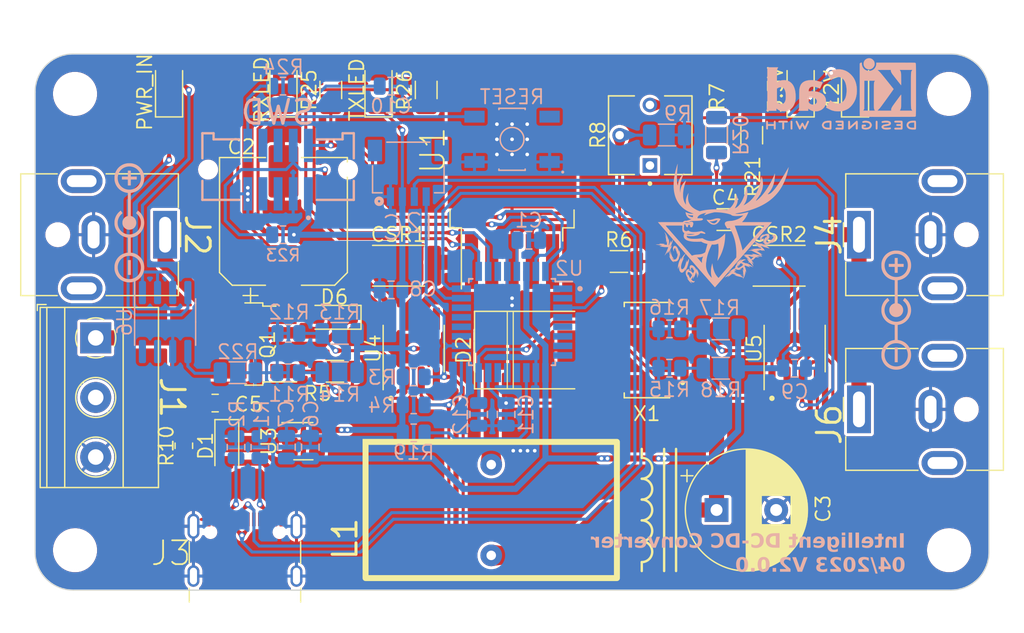
<source format=kicad_pcb>
(kicad_pcb (version 20221018) (generator pcbnew)
  (layers (0 "F.Cu" power) (31 "B.Cu" power) (34 "B.Paste" user) (35 "F.Paste" user) (36 "B.SilkS" user "B.Silkscreen") (37 "F.SilkS" user "F.Silkscreen") (38 "B.Mask" user) (39 "F.Mask" user) (44 "Edge.Cuts" user))
  (net 0 "")
  (net 1 "GND")
  (net 2 "Net-(U2-VDDCORE)")
  (net 3 "/Current Monitoring/PWR_IN_IMON+")
  (net 5 "Net-(U1-FB)")
  (net 6 "/Current Monitoring/PWR_OUT_IMON+")
  (net 7 "VBUS")
  (net 8 "+3V3")
  (net 9 "/Current Monitoring/PWR_IN_IMON-")
  (net 10 "Net-(D1-A)")
  (net 11 "Net-(D2-K)")
  (net 12 "Net-(D3-A)")
  (net 13 "Net-(D4-A)")
  (net 14 "PWR_OUT")
  (net 15 "Net-(R7-Pad1)")
  (net 16 "Net-(D5-K)")
  (net 18 "Net-(J3-CC1)")
  (net 20 "Net-(J3-CC2)")
  (net 22 "Net-(Q1-G)")
  (net 23 "Net-(U3-EN)")
  (net 24 "Net-(U4-A0)")
  (net 25 "Net-(U4-A1)")
  (net 26 "Net-(U5-A0)")
  (net 27 "Net-(U5-A1)")
  (net 28 "Net-(U2-PA08)")
  (net 29 "Net-(U6-FB)")
  (net 40 "Net-(U2-PA14)")
  (net 41 "Net-(U2-PA15)")
  (net 44 "PWR_IN")
  (net 47 "~{BUCK_ENABLE}")
  (net 48 "~{RESET}")
  (net 49 "SWCLK")
  (net 50 "USB_D+")
  (net 51 "USB_D-")
  (net 52 "/IO Interface/~{DEBUG_RST}")
  (net 56 "Net-(J7-PadS1)")
  (net 57 "I^{2}C.SDA")
  (net 58 "I^{2}C.SCL")
  (net 60 "RX{slash}SWDIO")
  (net 61 "Net-(RXLED1-A)")
  (net 62 "TX")
  (net 63 "Net-(TXLED1-A)")
  (footprint "" (layer "F.Cu") (at 76.65 0.85)
    (fp_text reference "")
    (fp_text value "")
  )
  (footprint "Resistor_SMD:R_1206_3216Metric" (layer "F.Cu") (at 48.9625 14.919)
    (fp_text reference "R6")
    (fp_text value "0")
  )
  (footprint "Resistor_SMD:R_1206_3216Metric" (layer "F.Cu") (at 24.8 0.52 90)
    (fp_text reference "R25")
    (fp_text value "1k")
  )
  (footprint "Resistor_SMD:R_1206_3216Metric" (layer "F.Cu") (at 60.1 4.318 90)
    (fp_text reference "R21")
    (fp_text value "68")
  )
  (footprint "Diode_SMD:D_SOD-123F" (layer "F.Cu") (at 25.1235 19.6 180)
    (fp_text reference "D6")
    (fp_text value "PMEG3015EH")
  )
  (footprint "Resistor_SMD:R_1206_3216Metric" (layer "F.Cu") (at 57.15 4.318 -90)
    (fp_text reference "R7")
    (fp_text value "8.2k")
  )
  (footprint "" (layer "F.Cu") (at 76.65 39.15)
    (fp_text reference "")
    (fp_text value "")
  )
  (footprint "LED_SMD:LED_1206_3216Metric" (layer "F.Cu") (at 20.828 0.5 90)
    (fp_text reference "RXLED")
    (fp_text value "CMD15-21VYC/TR8")
  )
  (footprint "Resistor_SMD:R_2512_6332Metric" (layer "F.Cu") (at 30.48 15.274)
    (fp_text reference "CSR1")
    (fp_text value "0.1")
  )
  (footprint "Package_TO_SOT_SMD:SOT-23-5" (layer "F.Cu") (at 22.5 30)
    (fp_text reference "U3")
    (fp_text value "AP2204K-3.3")
  )
  (footprint "Resistor_SMD:R_0805_2012Metric" (layer "F.Cu") (at 12.475 30.3825 -90)
    (fp_text reference "R10")
    (fp_text value "100k")
  )
  (footprint "Connector_USB:USB_C_Receptacle_GCT_USB4105-xx-A_16P_TopMnt_Horizontal" (layer "F.Cu") (at 17.6 40.245)
    (fp_text reference "J3")
    (fp_text value "USB4105-GF-A")
  )
  (footprint "LED_SMD:LED_1206_3216Metric" (layer "F.Cu") (at 68.765 0.5 90)
    (fp_text reference "12V")
    (fp_text value "CMD15-21VRD/TR8")
  )
  (footprint "Capacitor_SMD:CP_Elec_10x10.5" (layer "F.Cu") (at 20.828 11.5525 90)
    (fp_text reference "C2")
    (fp_text value "100uF")
  )
  (footprint "LED_SMD:LED_1206_3216Metric" (layer "F.Cu") (at 64.2 0.5 90)
    (fp_text reference "3.3V")
    (fp_text value "CMD15-21VGD/TR8")
  )
  (footprint "Capacitor_THT:CP_Radial_D10.0mm_P5.00mm" (layer "F.Cu") (at 57.15 35.774)
    (fp_text reference "C3")
    (fp_text value "1000uF")
  )
  (footprint "User Components:TRIM_3362P-1-103" (layer "F.Cu") (at 51.562 4.318 90)
    (fp_text reference "R8")
    (fp_text value "1.0k")
  )
  (footprint "LED_SMD:LED_1206_3216Metric" (layer "F.Cu") (at 11.235 0.5 90)
    (fp_text reference "PWR_IN")
    (fp_text value "CMD15-21VRD/TR8")
  )
  (footprint "Capacitor_SMD:C_0805_2012Metric" (layer "F.Cu") (at 15.1 26.8 180)
    (fp_text reference "C5")
    (fp_text value "10uF")
  )
  (footprint "Diode_SMD:D_SMC" (layer "F.Cu") (at 41.654 22.352)
    (fp_text reference "D2")
    (fp_text value "SK33")
  )
  (footprint "Resistor_SMD:R_1206_3216Metric" (layer "F.Cu") (at 25.146 24.13)
    (fp_text reference "R5")
    (fp_text value "0")
  )
  (footprint "User Components:XTAL_ABS25-32.768KHZ-6-1-T" (layer "F.Cu") (at 51.308 22.352 180)
    (fp_text reference "X1")
    (fp_text value "830003000")
  )
  (footprint "Resistor_SMD:R_2512_6332Metric" (layer "F.Cu") (at 62.4 15.274)
    (fp_text reference "CSR2")
    (fp_text value "0.1")
  )
  (footprint "Diode_SMD:D_SOD-123F" (layer "F.Cu") (at 16.08 30.4 -90)
    (fp_text reference "D1")
    (fp_text value "PMEG3015EH")
  )
  (footprint "Capacitor_SMD:C_1206_3216Metric" (layer "F.Cu") (at 57.9 11.4)
    (fp_text reference "C4")
    (fp_text value "1nF")
  )
  (footprint "User Components:PE-54039NL" (layer "F.Cu") (at 38.254 35.774)
    (fp_text reference "L1")
    (fp_text value "PE-54039NL")
  )
  (footprint "Package_SO:SOIC-8_3.9x4.9mm_P1.27mm" (layer "F.Cu") (at 31.75 22.227 90)
    (fp_text reference "U4")
    (fp_text value "INA219AxD")
  )
  (footprint "" (layer "F.Cu") (at 3.35 0.85)
    (fp_text reference "")
    (fp_text value "")
  )
  (footprint "LED_SMD:LED_1206_3216Metric" (layer "F.Cu") (at 28.8 0.5 90)
    (fp_text reference "TXLED")
    (fp_text value "CMD15-21VYC/TR8")
  )
  (footprint "Package_TO_SOT_SMD:TO-252-2" (layer "F.Cu") (at 16.628 21.844 180)
    (fp_text reference "Q1")
    (fp_text value "IRFR9220TRPBF-BE3")
  )
  (footprint "Connector_BarrelJack:BarrelJack_CUI_PJ-063AH_Horizontal" (layer "F.Cu") (at 69.095 12.67 90)
    (fp_text reference "J4")
    (fp_text value "PJ-063AH")
  )
  (footprint "Connector_BarrelJack:BarrelJack_CUI_PJ-063AH_Horizontal" (layer "F.Cu") (at 10.905 12.67 -90)
    (fp_text reference "J2")
    (fp_text value "PJ-063AH")
  )
  (footprint "TerminalBlock_Phoenix:TerminalBlock_Phoenix_MKDS-1,5-3_1x03_P5.00mm_Horizontal" (layer "F.Cu") (at 5.085 21.33 -90)
    (fp_text reference "J1")
    (fp_text value "691101710003")
  )
  (footprint "Connector_BarrelJack:BarrelJack_CUI_PJ-063AH_Horizontal" (layer "F.Cu") (at 69.095 27.33 90)
    (fp_text reference "J6")
    (fp_text value "PJ-063AH")
  )
  (footprint "Package_SO:SOIC-8_3.9x4.9mm_P1.27mm" (layer "F.Cu") (at 63.7 22.225 90)
    (fp_text reference "U5")
    (fp_text value "INA219AxD")
  )
  (footprint "Package_TO_SOT_SMD:TO-263-5_TabPin3" (layer "F.Cu") (at 40 9.144 90)
    (fp_text reference "U1")
    (fp_text value "LM2596S-ADJ")
  )
  (footprint "" (layer "F.Cu") (at 3.35 39.15)
    (fp_text reference "")
    (fp_text value "")
  )
  (footprint "Resistor_SMD:R_1206_3216Metric" (layer "F.Cu") (at 32.8 0.52 90)
    (fp_text reference "R26")
    (fp_text value "1k")
  )
  (footprint "Resistor_SMD:R_0805_2012Metric" (layer "B.Cu") (at 18.85 30.5 90)
    (fp_text reference "R1")
    (fp_text value "5.1k")
  )
  (footprint "Resistor_SMD:R_1206_3216Metric" (layer "B.Cu") (at 57.5 23.876)
    (fp_text reference "R18")
    (fp_text value "0")
  )
  (footprint "Resistor_SMD:R_0805_2012Metric" (layer "B.Cu") (at 20.793 0.2)
    (fp_text reference "R24")
    (fp_text value "330")
  )
  (footprint "Resistor_SMD:R_0805_2012Metric" (layer "B.Cu") (at 53.2 20.574 180)
    (fp_text reference "R16")
    (fp_text value "10.0k")
  )
  (footprint "User Components:SW_TL3342F160QG" (layer "B.Cu") (at 40 4.6625 180)
    (fp_text reference "RESET")
    (fp_text value "TL3342F160QG")
  )
  (footprint "Capacitor_SMD:C_0805_2012Metric" (layer "B.Cu") (at 39.5 27.75 90)
    (fp_text reference "C11")
    (fp_text value "22pF")
  )
  (footprint "User Components:JST_SM04B-SRSS-TB(LF)(SN)" (layer "B.Cu") (at 31.3 9.477)
    (fp_text reference "I^{2}C")
    (fp_text value "SM04B-SRSS-TB(LF)(SN)")
  )
  (footprint "Resistor_SMD:R_1206_3216Metric" (layer "B.Cu") (at 53 4.3)
    (fp_text reference "R9")
    (fp_text value "1.0k")
  )
  (footprint "Capacitor_SMD:C_0805_2012Metric" (layer "B.Cu") (at 29.85 0.2)
    (fp_text reference "C10")
    (fp_text value "0.1uF")
  )
  (footprint "Capacitor_SMD:C_0805_2012Metric" (layer "B.Cu") (at 21.079345 30.5 90)
    (fp_text reference "C7")
    (fp_text value "1uF")
  )
  (footprint "Resistor_SMD:R_1206_3216Metric" (layer "B.Cu") (at 57.15 4.3 90)
    (fp_text reference "R20")
    (fp_text value "560")
  )
  (footprint "User Components:Smart_Buck_Logo_12mm" (layer "B.Cu") (at 57.5 11.9 180)
    (fp_text reference "G***" hide)
    (fp_text value "LOGO" hide)
  )
  (footprint "Resistor_SMD:R_1206_3216Metric" (layer "B.Cu") (at 25.5375 20.95)
    (fp_text reference "R13")
    (fp_text value "0")
  )
  (footprint "Resistor_SMD:R_1206_3216Metric" (layer "B.Cu") (at 25.5375 24.252)
    (fp_text reference "R14")
    (fp_text value "0")
  )
  (footprint "Resistor_SMD:R_0805_2012Metric" (layer "B.Cu") (at 31.75 26.952332)
    (fp_text reference "R4")
    (fp_text value "10.0k")
  )
  (footprint "Symbol:KiCad-Logo2_5mm_SilkScreen" (layer "B.Cu") (at 67.6 0.83729 180)
    (fp_text reference "REF**" hide)
    (fp_text value "KiCad-Logo2_5mm_SilkScreen" hide)
  )
  (footprint "User Components:SAMTEC_SHF-105-01-L-D-SM" (layer "B.Cu") (at 20.378 7.205 180)
    (fp_text reference "SWD")
    (fp_text value "SHF-105-01-L-D-SM")
  )
  (footprint "Resistor_SMD:R_0805_2012Metric" (layer "B.Cu") (at 16.85 30.5 90)
    (fp_text reference "R2")
    (fp_text value "5.1k")
  )
  (footprint "Package_SO:SOIC-8_3.9x4.9mm_P1.27mm" (layer "B.Cu") (at 10.905 20 -90)
    (fp_text reference "U6")
    (fp_text value "STCS05DR")
  )
  (footprint "Capacitor_SMD:C_0805_2012Metric" (layer "B.Cu") (at 23.079345 30.5 90)
    (fp_text reference "C6")
    (fp_text value "10uF")
  )
  (footprint "Resistor_SMD:R_0805_2012Metric" (layer "B.Cu") (at 20.793 12.67 180)
    (fp_text reference "R23")
    (fp_text value "1.0k")
  )
  (footprint "Resistor_SMD:R_1206_3216Metric" (layer "B.Cu") (at 17 24.252)
    (fp_text reference "R22")
    (fp_text value "5")
  )
  (footprint "Resistor_SMD:R_0805_2012Metric" (layer "B.Cu") (at 21.2195 24.252 180)
    (fp_text reference "R11")
    (fp_text value "10.0k")
  )
  (footprint "Capacitor_SMD:C_0805_2012Metric" (layer "B.Cu") (at 63.7 23.876)
    (fp_text reference "C9")
    (fp_text value "0.1uF")
  )
  (footprint "Package_QFP:TQFP-32_7x7mm_P0.8mm" (layer "B.Cu") (at 40 20 180)
    (fp_text reference "U2")
    (fp_text value "ATSAMD21E18A-A")
  )
  (footprint "User Components:Polarity_Center_Positive_2_5mm_Silkscreen" (layer "B.Cu") (at 7.90834 11.670342 90)
    (fp_text reference "G***" hide)
    (fp_text value "LOGO" hide)
  )
  (footprint "Capacitor_SMD:C_0805_2012Metric" (layer "B.Cu") (at 29.85 17.3 180)
    (fp_text reference "C8")
    (fp_text value "0.1uF")
  )
  (footprint "Resistor_SMD:R_0805_2012Metric" (layer "B.Cu") (at 31.75 24.604666)
    (fp_text reference "R3")
    (fp_text value "10.0k")
  )
  (footprint "Resistor_SMD:R_0805_2012Metric" (layer "B.Cu") (at 53.2 23.876 180)
    (fp_text reference "R15")
    (fp_text value "10.0k")
  )
  (footprint "Capacitor_SMD:C_0805_2012Metric" (layer "B.Cu") (at 37.2 27.75 90)
    (fp_text reference "C12")
    (fp_text value "22pF")
  )
  (footprint "Resistor_SMD:R_1206_3216Metric" (layer "B.Cu") (at 57.5 20.574)
    (fp_text reference "R17")
    (fp_text value "0")
  )
  (footprint "Resistor_SMD:R_0805_2012Metric" (layer "B.Cu") (at 31.75 29.3)
    (fp_text reference "R19")
    (fp_text value "5.1k")
  )
  (footprint "Capacitor_SMD:C_0805_2012Metric" (layer "B.Cu") (at 41.4 13.135 180)
    (fp_text reference "C1")
    (fp_text value "1uF")
  )
  (footprint "User Components:Polarity_Center_Positive_2_5mm_Silkscreen" (layer "B.Cu") (at 72.22334 19.000342 90)
    (fp_text reference "G***" hide)
    (fp_text value "LOGO" hide)
  )
  (footprint "Resistor_SMD:R_0805_2012Metric" (layer "B.Cu") (at 21.243 20.95 180)
    (fp_text reference "R12")
    (fp_text value "10.0k")
  )
  (gr_poly (pts (xy 37.72 18.65) (xy 37.75 18.1875) (xy 37.84 17.725) (xy 38.76 17.725) (xy 38.85 18.1875) (xy 38.88 18.65)) (stroke (width 0.1)) (fill solid) (layer "F.Cu"))
  (gr_circle (center 45.7 17.2) (end 45.8 17.2) (stroke (width 0.254)) (fill solid) (layer "B.SilkS"))
  (gr_line (start 40.1 19.1) (end 40.1 25.6) (stroke (width 0.1)) (layer "F.SilkS"))
  (gr_line (start 39.6 19.1) (end 39.6 25.6) (stroke (width 0.1)) (layer "F.SilkS"))
  (gr_circle (center 29.845 26.4) (end 29.945 26.4) (stroke (width 0.254)) (fill solid) (layer "F.SilkS"))
  (gr_circle (center 61.795 26.4) (end 61.895 26.4) (stroke (width 0.254)) (fill solid) (layer "F.SilkS"))
  (gr_line (start 3.2 42.5) (end 76.8 42.5) (stroke (width 0.1)) (layer "Edge.Cuts"))
  (gr_arc (start 80 39.3) (mid 79.062742 41.562742) (end 76.8 42.5) (stroke (width 0.1)) (layer "Edge.Cuts"))
  (gr_arc (start 3.2 42.5) (mid 0.937258 41.562742) (end 0 39.3) (stroke (width 0.1)) (layer "Edge.Cuts"))
  (gr_line (start 76.8 -2.5) (end 3.2 -2.5) (stroke (width 0.1)) (layer "Edge.Cuts"))
  (gr_arc (start 0 0.7) (mid 0.937258 -1.562742) (end 3.2 -2.5) (stroke (width 0.1)) (layer "Edge.Cuts"))
  (gr_arc (start 76.8 -2.5) (mid 79.062742 -1.562742) (end 80 0.7) (stroke (width 0.1)) (layer "Edge.Cuts"))
  (gr_line (start 80 39.3) (end 80 0.7) (stroke (width 0.1)) (layer "Edge.Cuts"))
  (gr_line (start 0 0.7) (end 0 39.3) (stroke (width 0.1)) (layer "Edge.Cuts"))
  (gr_text "Intelligent DC-DC Converter\n04/2023 V2.0.0" (at 73 41.162483) (layer "B.SilkS") (effects (font (size 1.2 1.2) (thickness 0.254) bold) (justify left bottom mirror)))
  (via (at 41.27 4.6625) (size 0.508) (drill 0.3048) (layers "F.Cu" "B.Cu") (net 1))
  (via (at 17.838 9.7455) (size 0.508) (drill 0.3048) (layers "F.Cu" "B.Cu") (net 1))
  (via (at 17.838 8.7295) (size 0.508) (drill 0.3048) (layers "F.Cu" "B.Cu") (net 1))
  (via (at 38.73 3.3925) (size 0.508) (drill 0.3048) (layers "F.Cu" "B.Cu") (net 1))
  (via (at 40 5.9325) (size 0.508) (drill 0.3048) (layers "F.Cu" "B.Cu") (net 1))
  (via (at 40 18.6) (size 0.508) (drill 0.3048) (layers "F.Cu" "B.Cu") (net 1))
  (via (at 40 18) (size 0.508) (drill 0.3048) (layers "F.Cu" "B.Cu") (net 1))
  (via (at 41.9 30.8) (size 0.508) (drill 0.3048) (layers "F.Cu" "B.Cu") (net 1))
  (via (at 40.7 30.8) (size 0.508) (drill 0.3048) (layers "F.Cu" "B.Cu") (net 1))
  (via (at 17.838 9.2375) (size 0.508) (drill 0.3048) (layers "F.Cu" "B.Cu") (net 1))
  (via (at 40 4.6625) (size 0.508) (drill 0.3048) (layers "F.Cu" "B.Cu") (net 1))
  (via (at 40 3.3925) (size 0.508) (drill 0.3048) (layers "F.Cu" "B.Cu") (net 1))
  (via (at 41.27 5.9325) (size 0.508) (drill 0.3048) (layers "F.Cu" "B.Cu") (net 1))
  (via (at 41.3 30.8) (size 0.508) (drill 0.3048) (layers "F.Cu" "B.Cu") (net 1))
  (via (at 41.27 3.3925) (size 0.508) (drill 0.3048) (layers "F.Cu" "B.Cu") (net 1))
  (via (at 38.73 4.6625) (size 0.508) (drill 0.3048) (layers "F.Cu" "B.Cu") (net 1))
  (via (at 38.73 5.9325) (size 0.508) (drill 0.3048) (layers "F.Cu" "B.Cu") (net 1))
  (via (at 40.1 30.8) (size 0.508) (drill 0.3048) (layers "F.Cu" "B.Cu") (net 1))
  (segment (start 40.4 15.75) (end 40.4 12.885) (width 0.254) (layer "B.Cu") (net 2))
  (segment (start 20.828 14.986) (end 27.4 14.986) (width 1.27) (layer "F.Cu") (net 3))
  (segment (start 17 11) (end 20.828 14.828) (width 0.254) (layer "F.Cu") (net 3))
  (segment (start 15.3 -0.9) (end 11.235 -0.9) (width 0.254) (layer "F.Cu") (net 3))
  (segment (start 17 3.1) (end 17 11) (width 0.254) (layer "F.Cu") (net 3))
  (segment (start 17 0.8) (end 15.3 -0.9) (width 0.254) (layer "F.Cu") (net 3))
  (segment (start 12.9 0.52) (end 11.9 -0.48) (width 0.254) (layer "F.Cu") (net 3))
  (segment (start 27.5175 16.3175) (end 29.845 18.645) (width 0.508) (layer "F.Cu") (net 3))
  (segment (start 20.828 19.564) (end 23.6875 19.564) (width 0.508) (layer "F.Cu") (net 3))
  (segment (start 29.845 18.645) (end 29.845 19.752) (width 0.508) (layer "F.Cu") (net 3))
  (segment (start 20.828 14.828) (end 20.828 15.7525) (width 0.254) (layer "F.Cu") (net 3))
  (segment (start 20.828 19.5) (end 20.828 14.986) (width 1.27) (layer "F.Cu") (net 3))
  (segment (start 17 3.1) (end 17 0.8) (width 0.254) (layer "F.Cu") (net 3))
  (via (at 12.9 0.52) (size 0.508) (drill 0.3048) (layers "F.Cu" "B.Cu") (net 3))
  (segment (start 11.54 17.525) (end 11.54 16.34) (width 0.254) (layer "B.Cu") (net 3))
  (segment (start 9 10.2) (end 12.9 6.3) (width 0.254) (layer "B.Cu") (net 3))
  (segment (start 11.54 16.34) (end 11 15.8) (width 0.254) (layer "B.Cu") (net 3))
  (segment (start 10.27 17.525) (end 10.27 15.87) (width 0.254) (layer "B.Cu") (net 3))
  (segment (start 11 15.8) (end 9 15.8) (width 0.254) (layer "B.Cu") (net 3))
  (segment (start 9 17.525) (end 9 15.8) (width 0.254) (layer "B.Cu") (net 3))
  (segment (start 9 15.8) (end 9 10.2) (width 0.254) (layer "B.Cu") (net 3))
  (segment (start 12.9 6.3) (end 12.9 0.52) (width 0.254) (layer "B.Cu") (net 3))
  (segment (start 41.7 12.3) (end 41.7 14.919) (width 0.254) (layer "F.Cu") (net 5))
  (segment (start 45.5 11.4) (end 42.6 11.4) (width 0.254) (layer "F.Cu") (net 5))
  (segment (start 49.022 4.318) (end 49.022 11.378) (width 0.25) (layer "F.Cu") (net 5))
  (segment (start 56.425 11.4) (end 49 11.4) (width 0.254) (layer "F.Cu") (net 5))
  (segment (start 42.6 11.4) (end 41.7 12.3) (width 0.254) (layer "F.Cu") (net 5))
  (segment (start 49 11.4) (end 45.5 11.4) (width 0.254) (layer "F.Cu") (net 5))
  (segment (start 49.022 4.318) (end 51.5195 4.318) (width 0.254) (layer "B.Cu") (net 5))
  (segment (start 55.7 19.8) (end 55.7 27.6) (width 1.27) (layer "F.Cu") (net 6))
  (segment (start 57.15 35.774) (end 47.726 35.774) (width 1.27) (layer "F.Cu") (net 6))
  (segment (start 57.15 7.0505) (end 57.15 8.85) (width 0.254) (layer "F.Cu") (net 6))
  (segment (start 57.15 29.05) (end 57.15 35.774) (width 1.27) (layer "F.Cu") (net 6))
  (segment (start 55.7 27.6) (end 57.15 29.05) (width 1.27) (layer "F.Cu") (net 6))
  (segment (start 61.795 18.695) (end 61.795 19.75) (width 0.508) (layer "F.Cu") (net 6))
  (segment (start 43.916 39.584) (end 38.254 39.584) (width 1.27) (layer "F.Cu") (net 6))
  (segment (start 59.375 11.4) (end 59.375 14.9235) (width 0.25) (layer "F.Cu") (net 6))
  (segment (start 59.4375 16.0625) (end 55.7 19.8) (width 1.27) (layer "F.Cu") (net 6))
  (segment (start 57.15 8.85) (end 59.375 11.075) (width 0.254) (layer "F.Cu") (net 6))
  (segment (start 47.726 35.774) (end 43.916 39.584) (width 1.27) (layer "F.Cu") (net 6))
  (segment (start 59.375 11.075) (end 59.375 11.4) (width 0.254) (layer "F.Cu") (net 6))
  (segment (start 59.4375 16.3375) (end 61.795 18.695) (width 0.508) (layer "F.Cu") (net 6))
  (via (at 57.15 7.0505) (size 0.508) (drill 0.3048) (layers "F.Cu" "B.Cu") (net 6))
  (segment (start 57.15 7.0505) (end 57.15 5.7625) (width 0.254) (layer "B.Cu") (net 6))
  (segment (start 17.8 26.8) (end 18.8 25.8) (width 0.508) (layer "F.Cu") (net 7))
  (segment (start 16.05 26.8) (end 17.8 26.8) (width 0.508) (layer "F.Cu") (net 7))
  (segment (start 20 21.9) (end 18.8 23.1) (width 0.508) (layer "F.Cu") (net 7))
  (segment (start 24.2 21.9) (end 26.5 19.6) (width 0.508) (layer "F.Cu") (net 7))
  (segment (start 20.1 21.9) (end 20 21.9) (width 0.508) (layer "F.Cu") (net 7))
  (segment (start 16.08 29) (end 16.08 26.83) (width 0.508) (layer "F.Cu") (net 7))
  (segment (start 18.8 23.1) (end 18.8 25.8) (width 0.508) (layer "F.Cu") (net 7))
  (segment (start 26.5235 19.6) (end 26.5 19.6) (width 0.508) (layer "F.Cu") (net 7))
  (segment (start 20.9625 29.05) (end 16.15 29.05) (width 0.508) (layer "F.Cu") (net 7))
  (segment (start 13.93 29.47) (end 14.4 29) (width 0.254) (layer "F.Cu") (net 7))
  (segment (start 12.475 29.47) (end 13.93 29.47) (width 0.254) (layer "F.Cu") (net 7))
  (segment (start 14.4 29) (end 16.08 29) (width 0.254) (layer "F.Cu") (net 7))
  (segment (start 24.2 21.9) (end 20.1 21.9) (width 0.508) (layer "F.Cu") (net 7))
  (segment (start 52.7955 31.45) (end 47.5 31.45) (width 0.508) (layer "F.Cu") (net 8))
  (segment (start 20.6 1.9) (end 20.828 1.9) (width 0.254) (layer "F.Cu") (net 8))
  (segment (start 62.4 11.3415) (end 60.1 9.0415) (width 0.254) (layer "F.Cu") (net 8))
  (segment (start 32.62964 22.226123) (end 33.65964 21.196123) (width 0.254) (layer "F.Cu") (net 8))
  (segment (start 20.37 12.67) (end 18.7 11) (width 0.254) (layer "F.Cu") (net 8))
  (segment (start 62.4 11.3415) (end 62.4 14.986) (width 0.254) (layer "F.Cu") (net 8))
  (segment (start 31.75464 22.227) (end 32.62964 22.227) (width 0.254) (layer "F.Cu") (net 8))
  (segment (start 63.7 22.225) (end 64.575 22.225) (width 0.254) (layer "F.Cu") (net 8))
  (segment (start 60.1 5.7805) (end 60.1 9.0415) (width 0.254) (layer "F.Cu") (net 8))
  (segment (start 23.6375 29.05) (end 26.2 29.05) (width 0.508) (layer "F.Cu") (net 8))
  (segment (start 64.575 22.225) (end 65.605 21.195) (width 0.254) (layer "F.Cu") (net 8))
  (segment (start 21.7055 12.67) (end 20.37 12.67) (width 0.254) (layer "F.Cu") (net 8))
  (segment (start 18.7 3.8) (end 20.6 1.9) (width 0.254) (layer "F.Cu") (net 8))
  (segment (start 33.655 21.196123) (end 33.655 19.751123) (width 0.254) (layer "F.Cu") (net 8))
  (segment (start 65.605 21.195) (end 65.605 19.75) (width 0.254) (layer "F.Cu") (net 8))
  (segment (start 28.8 1.9) (end 30.8 3.9) (width 0.254) (layer "F.Cu") (net 8))
  (segment (start 18.7 11) (end 18.7 3.8) (width 0.254) (layer "F.Cu") (net 8))
  (via (at 31.75 22.227) (size 0.508) (drill 0.3048) (layers "F.Cu" "B.Cu") (net 8))
  (via (at 30.8 3.9) (size 0.508) (drill 0.3048) (layers "F.Cu" "B.Cu") (net 8))
  (via (at 47.5 31.45) (size 0.508) (drill 0.3048) (layers "F.Cu" "B.Cu") (net 8))
  (via (at 63.7 22.225) (size 0.508) (drill 0.3048) (layers "F.Cu" "B.Cu") (net 8))
  (via (at 25.7 29.05) (size 0.508) (drill 0.3048) (layers "F.Cu" "B.Cu") (net 8))
  (via (at 21.7055 12.67) (size 0.508) (drill 0.3048) (layers "F.Cu" "B.Cu") (net 8))
  (via (at 26.2 29.05) (size 0.508) (drill 0.3048) (layers "F.Cu" "B.Cu") (net 8))
  (via (at 52.7955 31.45) (size 0.508) (drill 0.3048) (layers "F.Cu" "B.Cu") (net 8))
  (via (at 52.2875 31.45) (size 0.508) (drill 0.3048) (layers "F.Cu" "B.Cu") (net 8))
  (via (at 48 31.45) (size 0.508) (drill 0.3048) (layers "F.Cu" "B.Cu") (net 8))
  (via (at 62.4 14.986) (size 0.508) (drill 0.3048) (layers "F.Cu" "B.Cu") (net 8))
  (segment (start 42.8 22) (end 42.8 24.25) (width 0.508) (layer "B.Cu") (net 8))
  (segment (start 48 31.45) (end 42.85 31.45) (width 0.508) (layer "B.Cu") (net 8))
  (segment (start 30.8 22.2) (end 30.8 12.67) (width 0.508) (layer "B.Cu") (net 8))
  (segment (start 33.35 31.45) (end 30.8 31.45) (width 0.508) (layer "B.Cu") (net 8))
  (segment (start 58.9625 23.876) (end 62.75 23.876) (width 0.508) (layer "B.Cu") (net 8))
  (segment (start 35.9 34) (end 33.35 31.45) (width 0.508) (layer "B.Cu") (net 8))
  (segment (start 21.7055 12.67) (end 30.8 12.67) (width 0.508) (layer "B.Cu") (net 8))
  (segment (start 62.75 22.75) (end 63.275 22.225) (width 0.254) (layer "B.Cu") (net 8))
  (segment (start 27 22.2) (end 27 20.95) (width 0.508) (layer "B.Cu") (net 8))
  (segment (start 58.9625 29.1375) (end 56.65 31.45) (width 0.508) (layer "B.Cu") (net 8))
  (segment (start 56.65 31.45) (end 52.2875 31.45) (width 0.508) (layer "B.Cu") (net 8))
  (segment (start 22.918 9.2375) (end 22.918 11.4575) (width 0.508) (layer "B.Cu") (net 8))
  (segment (start 31.75 22.227) (end 30.827 22.227) (width 0.254) (layer "B.Cu") (net 8))
  (segment (start 41.2 15.75) (end 41.2 20.4) (width 0.508) (layer "B.Cu") (net 8))
  (segment (start 30.8 9.477) (end 30.8 3.9) (width 0.254) (layer "B.Cu") (net 8))
  (segment (start 22.918 11.4575) (end 21.7055 12.67) (width 0.508) (layer "B.Cu") (net 8))
  (segment (start 63.275 22.225) (end 63.7 22.225) (width 0.254) (layer "B.Cu") (net 8))
  (segment (start 40 34) (end 35.9 34) (width 0.508) (layer "B.Cu") (net 8))
  (segment (start 30.8 31.45) (end 30.8 22.2) (width 0.508) (layer "B.Cu") (net 8))
  (segment (start 63.7 16.286) (end 62.4 14.986) (width 0.254) (layer "B.Cu") (net 8))
  (segment (start 30.8 9.477) (end 30.8 12.67) (width 0.508) (layer "B.Cu") (net 8))
  (segment (start 41.2 20.4) (end 42.8 22) (width 0.508) (layer "B.Cu") (net 8))
  (segment (start 42.85 31.45) (end 42.8 31.5) (width 0.508) (layer "B.Cu") (net 8))
  (segment (start 63.7 22.225) (end 63.7 16.286) (width 0.254) (layer "B.Cu") (net 8))
  (segment (start 42.8 31.5) (end 40.3 34) (width 0.508) (layer "B.Cu") (net 8))
  (segment (start 21.079345 31.45) (end 30.8 31.45) (width 0.508) (layer "B.Cu") (net 8))
  (segment (start 62.75 23.876) (end 62.75 22.75) (width 0.254) (layer "B.Cu") (net 8))
  (segment (start 25.7 29.05) (end 30.5875 29.05) (width 0.508) (layer "B.Cu") (net 8))
  (segment (start 30.8 22.2) (end 27 22.2) (width 0.508) (layer "B.Cu") (net 8))
  (segment (start 58.9625 20.574) (end 58.9625 29.1375) (width 0.508) (layer "B.Cu") (net 8))
  (segment (start 40.3 34) (end 40 34) (width 0.508) (layer "B.Cu") (net 8))
  (segment (start 27 24.252) (end 27 22.2) (width 0.508) (layer "B.Cu") (net 8))
  (segment (start 42.8 24.25) (end 42.8 31.5) (width 0.508) (layer "B.Cu") (net 8))
  (segment (start 33.4425 16.3575) (end 31.115 18.685) (width 0.508) (layer "F.Cu") (net 9))
  (segment (start 33.4425 14.986) (end 36.533 14.986) (width 1.27) (layer "F.Cu") (net 9))
  (segment (start 31.115 18.685) (end 31.115 19.752) (width 0.508) (layer "F.Cu") (net 9))
  (segment (start 19.16 31.8) (end 16.08 31.8) (width 0.508) (layer "F.Cu") (net 10))
  (segment (start 15.2 32.68) (end 15.2 36.565) (width 0.508) (layer "F.Cu") (net 10))
  (segment (start 19.2 31.84) (end 19.16 31.8) (width 0.25) (layer "F.Cu") (net 10))
  (segment (start 16.08 31.8) (end 15.2 32.68) (width 0.508) (layer "F.Cu") (net 10))
  (segment (start 20 32.6) (end 20 36.565) (width 0.508) (layer "F.Cu") (net 10))
  (segment (start 20 32.64) (end 19.2 31.84) (width 0.508) (layer "F.Cu") (net 10))
  (segment (start 38.254 31.964) (end 38.254 22.352) (width 1.27) (layer "F.Cu") (net 11))
  (segment (start 38.3 14.919) (end 38.3 18.6) (width 1.016) (layer "F.Cu") (net 11))
  (segment (start 38.3 18.692) (end 38.3 22.306) (width 1.27) (layer "F.Cu") (net 11))
  (segment (start 66.765 -0.9) (end 68.765 -0.9) (width 0.254) (layer "F.Cu") (net 12))
  (via (at 66.765 -0.9) (size 0.508) (drill 0.3048) (layers "F.Cu" "B.Cu") (net 12))
  (segment (start 57.15 2.8375) (end 63.0275 2.8375) (width 0.254) (layer "B.Cu") (net 12))
  (segment (start 63.0275 2.8375) (end 66.765 -0.9) (width 0.254) (layer "B.Cu") (net 12))
  (segment (start 64.2 -0.9) (end 61.8 -0.9) (width 0.254) (layer "F.Cu") (net 13))
  (segment (start 61.8 -0.9) (end 60.1 0.8) (width 0.254) (layer "F.Cu") (net 13))
  (segment (start 60.1 0.8) (end 60.1 2.8555) (width 0.254) (layer "F.Cu") (net 13))
  (segment (start 65.3625 14.986) (end 65.3625 13.9375) (width 1.27) (layer "F.Cu") (net 14))
  (segment (start 65.3625 16.3375) (end 63.065 18.635) (width 0.508) (layer "F.Cu") (net 14))
  (segment (start 69.095 15.095) (end 69.095 11.67) (width 1.27) (layer "F.Cu") (net 14))
  (segment (start 65.3625 15.274) (end 65.3625 16.3375) (width 0.508) (layer "F.Cu") (net 14))
  (segment (start 63.065 18.635) (end 63.065 19.75) (width 0.508) (layer "F.Cu") (net 14))
  (segment (start 69.095 26.33) (end 69.095 15.095) (width 1.27) (layer "F.Cu") (net 14))
  (segment (start 65.3625 13.9375) (end 66.63 12.67) (width 1.27) (layer "F.Cu") (net 14))
  (segment (start 66.63 12.67) (end 69.095 12.67) (width 1.27) (layer "F.Cu") (net 14))
  (segment (start 53.278 1.778) (end 54.3555 2.8555) (width 0.254) (layer "F.Cu") (net 15))
  (segment (start 51.562 1.778) (end 53.278 1.778) (width 0.254) (layer "F.Cu") (net 15))
  (segment (start 57.15 2.8555) (end 54.3555 2.8555) (width 0.254) (layer "F.Cu") (net 15))
  (segment (start 11.235 6.4) (end 11.235 4.4) (width 0.254) (layer "F.Cu") (net 16))
  (segment (start 11.235 4.4) (end 11.235 1.9) (width 0.25) (layer "F.Cu") (net 16))
  (via (at 11.235 6.4) (size 0.508) (drill 0.3048) (layers "F.Cu" "B.Cu") (net 16))
  (segment (start 7.8 9.8) (end 7.8 18.8) (width 0.254) (layer "B.Cu") (net 16))
  (segment (start 12.255 19.4) (end 12.81 18.845) (width 0.254) (layer "B.Cu") (net 16))
  (segment (start 12.81 18.845) (end 12.81 17.525) (width 0.254) (layer "B.Cu") (net 16))
  (segment (start 8.4 19.4) (end 12.255 19.4) (width 0.254) (layer "B.Cu") (net 16))
  (segment (start 11.235 6.4) (end 7.835 9.8) (width 0.254) (layer "B.Cu") (net 16))
  (segment (start 7.8 18.8) (end 8.4 19.4) (width 0.254) (layer "B.Cu") (net 16))
  (segment (start 7.835 9.8) (end 7.8 9.8) (width 0.254) (layer "B.Cu") (net 16))
  (segment (start 16.35 35.8) (end 16.85 35.3) (width 0.25) (layer "F.Cu") (net 18))
  (segment (start 16.35 36.565) (end 16.35 35.8) (width 0.25) (layer "F.Cu") (net 18))
  (via (at 16.85 35.3) (size 0.508) (drill 0.3048) (layers "F.Cu" "B.Cu") (net 18))
  (segment (start 16.85 33.9125) (end 16.85 31.4125) (width 0.254) (layer "B.Cu") (net 18))
  (segment (start 16.85 33.9125) (end 16.85 35.3) (width 0.25) (layer "B.Cu") (net 18))
  (segment (start 19.35 35.8) (end 18.85 35.3) (width 0.254) (layer "F.Cu") (net 20))
  (segment (start 19.35 36.565) (end 19.35 35.803502) (width 0.254) (layer "F.Cu") (net 20))
  (via (at 18.85 35.303502) (size 0.508) (drill 0.3048) (layers "F.Cu" "B.Cu") (net 20))
  (segment (start 18.85 35.303502) (end 18.85 33.9125) (width 0.25) (layer "B.Cu") (net 20))
  (segment (start 18.85 31.4125) (end 18.85 33.9125) (width 0.254) (layer "B.Cu") (net 20))
  (segment (start 20.828 24.124) (end 23.6775 24.124) (width 0.254) (layer "F.Cu") (net 22))
  (segment (start 23.6775 24.124) (end 23.6835 24.13) (width 0.254) (layer "F.Cu") (net 22))
  (segment (start 14.105 31.295) (end 14.6 30.8) (width 0.254) (layer "F.Cu") (net 23))
  (segment (start 21.3625 30.95) (end 20.35 30.95) (width 0.254) (layer "F.Cu") (net 23))
  (segment (start 20.2 30.8) (end 14.6 30.8) (width 0.254) (layer "F.Cu") (net 23))
  (segment (start 20.35 30.95) (end 20.2 30.8) (width 0.254) (layer "F.Cu") (net 23))
  (segment (start 12.475 31.295) (end 14.105 31.295) (width 0.254) (layer "F.Cu") (net 23))
  (segment (start 31.115 25.885) (end 30.6 26.4) (width 0.254) (layer "F.Cu") (net 24))
  (segment (start 25.8 26.4) (end 30.6 26.4) (width 0.254) (layer "F.Cu") (net 24))
  (segment (start 31.115 25.885) (end 31.115 24.702) (width 0.254) (layer "F.Cu") (net 24))
  (segment (start 25.2 25.8) (end 25.8 26.4) (width 0.254) (layer "F.Cu") (net 24))
  (via (at 25.2 25.8) (size 0.508) (drill 0.3048) (layers "F.Cu" "B.Cu") (net 24))
  (segment (start 22.132 24.252) (end 24.075 24.252) (width 0.25) (layer "B.Cu") (net 24))
  (segment (start 24.075 24.675) (end 25.2 25.8) (width 0.25) (layer "B.Cu") (net 24))
  (segment (start 29.845 23.245) (end 29.845 24.702) (width 0.254) (layer "F.Cu") (net 25))
  (segment (start 25.2 22.4) (end 29 22.4) (width 0.254) (layer "F.Cu") (net 25))
  (segment (start 29 22.4) (end 29.845 23.245) (width 0.254) (layer "F.Cu") (net 25))
  (via (at 25.2 22.4) (size 0.508) (drill 0.3048) (layers "F.Cu" "B.Cu") (net 25))
  (segment (start 24.075 21.275) (end 25.2 22.4) (width 0.25) (layer "B.Cu") (net 25))
  (segment (start 24.075 20.95) (end 22.1555 20.95) (width 0.25) (layer "B.Cu") (net 25))
  (segment (start 62.575 26.4) (end 63.065 25.91) (width 0.25) (layer "F.Cu") (net 26))
  (segment (start 63.065 25.91) (end 63.065 24.7) (width 0.25) (layer "F.Cu") (net 26))
  (segment (start 57.6 25.8) (end 58.2 26.4) (width 0.25) (layer "F.Cu") (net 26))
  (segment (start 58.2 26.4) (end 62.575 26.4) (width 0.25) (layer "F.Cu") (net 26))
  (via (at 57.6 25.8) (size 0.508) (drill 0.3048) (layers "F.Cu" "B.Cu") (net 26))
  (segment (start 57.6 25.8) (end 56.0375 24.2375) (width 0.25) (layer "B.Cu") (net 26))
  (segment (start 54.1125 23.876) (end 56.0375 23.876) (width 0.25) (layer "B.Cu") (net 26))
  (segment (start 60.9775 22.4) (end 61.8 23.2225) (width 0.25) (layer "F.Cu") (net 27))
  (segment (start 57.6 22.4) (end 60.9775 22.4) (width 0.25) (layer "F.Cu") (net 27))
  (segment (start 61.8 24.695) (end 61.795 24.7) (width 0.25) (layer "F.Cu") (net 27))
  (segment (start 61.8 23.2) (end 61.8 24.695) (width 0.25) (layer "F.Cu") (net 27))
  (via (at 57.6 22.4) (size 0.508) (drill 0.3048) (layers "F.Cu" "B.Cu") (net 27))
  (segment (start 56.0375 20.574) (end 54.1125 20.574) (width 0.25) (layer "B.Cu") (net 27))
  (segment (start 57.6 22.4) (end 56.2375 21.0375) (width 0.25) (layer "B.Cu") (net 27))
  (segment (start 41.2 29.2) (end 40.6 29.8) (width 0.254) (layer "B.Cu") (net 28))
  (segment (start 41.2 24.25) (end 41.2 29.2) (width 0.254) (layer "B.Cu") (net 28))
  (segment (start 40.6 29.8) (end 35.2 29.8) (width 0.254) (layer "B.Cu") (net 28))
  (segment (start 34.7 29.3) (end 32.6625 29.3) (width 0.254) (layer "B.Cu") (net 28))
  (segment (start 35.2 29.8) (end 34.7 29.3) (width 0.254) (layer "B.Cu") (net 28))
  (segment (start 12.81 22.475) (end 12.81 23.71) (width 0.254) (layer "B.Cu") (net 29))
  (segment (start 13.4 24.3) (end 15.4895 24.3) (width 0.254) (layer "B.Cu") (net 29))
  (segment (start 12.81 23.71) (end 13.4 24.3) (width 0.254) (layer "B.Cu") (net 29))
  (segment (start 47.7 26.8) (end 49.398 25.102) (width 0.25) (layer "F.Cu") (net 40))
  (segment (start 39.5 26.8) (end 46.9 26.8) (width 0.254) (layer "F.Cu") (net 40))
  (segment (start 46.9 26.8) (end 47.7 26.8) (width 0.25) (layer "F.Cu") (net 40))
  (via (at 39.5 26.8) (size 0.508) (drill 0.3048) (layers "F.Cu" "B.Cu") (net 40))
  (segment (start 38 24.25) (end 38 25.5) (width 0.254) (layer "B.Cu") (net 40))
  (segment (start 38 25.5) (end 39.3 26.8) (width 0.254) (layer "B.Cu") (net 40))
  (segment (start 52.667 25.167) (end 49.852 22.352) (width 0.254) (layer "F.Cu") (net 41))
  (segment (start 47.3 21.8) (end 47.3 20.8) (width 0.254) (layer "F.Cu") (net 41))
  (segment (start 47.852 22.352) (end 47.3 21.8) (width 0.254) (layer "F.Cu") (net 41))
  (segment (start 49.852 22.352) (end 49.6 22.352) (width 0.254) (layer "F.Cu") (net 41))
  (segment (start 49.6 22.352) (end 47.852 22.352) (width 0.254) (layer "F.Cu") (net 41))
  (segment (start 43.5 20) (end 41.2 22.3) (width 0.254) (layer "F.Cu") (net 41))
  (segment (start 47.3 20.8) (end 46.5 20) (width 0.254) (layer "F.Cu") (net 41))
  (segment (start 46.5 20) (end 43.5 20) (width 0.254) (layer "F.Cu") (net 41))
  (via (at 41.2 22.3) (size 0.508) (drill 0.3048) (layers "F.Cu" "B.Cu") (net 41))
  (segment (start 37.2 24.25) (end 37.2 26.8) (width 0.254) (layer "B.Cu") (net 41))
  (segment (start 37.2 24.25) (end 37.2 22.9) (width 0.254) (layer "B.Cu") (net 41))
  (segment (start 37.2 22.9) (end 37.8 22.3) (width 0.254) (layer "B.Cu") (net 41))
  (segment (start 37.8 22.3) (end 41.2 22.3) (width 0.254) (layer "B.Cu") (net 41))
  (segment (start 5.085 21.33) (end 14.014 21.33) (width 1.27) (layer "F.Cu") (net 44))
  (segment (start 14.528 18.628) (end 14.528 21.844) (width 1.27) (layer "F.Cu") (net 44))
  (segment (start 10.905 11.67) (end 10.905 15.005) (width 1.27) (layer "F.Cu") (net 44))
  (segment (start 10.905 15.005) (end 14.528 18.628) (width 1.27) (layer "F.Cu") (net 44))
  (segment (start 47.5 14.919) (end 47.5 17.4) (width 0.254) (layer "F.Cu") (net 47))
  (segment (start 47.5 14.919) (end 43.4 14.919) (width 0.254) (layer "F.Cu") (net 47))
  (via (at 47.5 17.4) (size 0.508) (drill 0.3048) (layers "F.Cu" "B.Cu") (net 47))
  (segment (start 44.25 18.8) (end 46.1 18.8) (width 0.254) (layer "B.Cu") (net 47))
  (segment (start 46.1 18.8) (end 47.5 17.4) (width 0.254) (layer "B.Cu") (net 47))
  (segment (start 26 12.5) (end 35 12.5) (width 0.254) (layer "F.Cu") (net 48))
  (segment (start 23.4 1.2) (end 23.4 9.9) (width 0.254) (layer "F.Cu") (net 48))
  (segment (start 23.4 9.9) (end 26 12.5) (width 0.254) (layer "F.Cu") (net 48))
  (via (at 35 12.5) (size 0.508) (drill 0.3048) (layers "F.Cu" "B.Cu") (net 48))
  (via (at 23.4 1.2) (size 0.508) (drill 0.3048) (layers "F.Cu" "B.Cu") (net 48))
  (segment (start 23.4 1.2) (end 24.4 0.2) (width 0.254) (layer "B.Cu") (net 48))
  (segment (start 24.4 0.2) (end 28.9 0.2) (width 0.254) (layer "B.Cu") (net 48))
  (segment (start 22.4 0.2) (end 23.4 1.2) (width 0.254) (layer "B.Cu") (net 48))
  (segment (start 21.7055 0.2) (end 22.4 0.2) (width 0.254) (layer "B.Cu") (net 48))
  (segment (start 35 12.5) (end 36.8 12.5) (width 0.254) (layer "B.Cu") (net 48))
  (segment (start 38 13.7) (end 38 15.75) (width 0.254) (layer "B.Cu") (net 48))
  (segment (start 36.8 12.5) (end 38 13.7) (width 0.254) (layer "B.Cu") (net 48))
  (segment (start 24.3 9.8) (end 24.3 7.2) (width 0.254) (layer "F.Cu") (net 49))
  (segment (start 25.95 11.45) (end 24.3 9.8) (width 0.254) (layer "F.Cu") (net 49))
  (segment (start 38.3 11.8) (end 26.3 11.8) (width 0.254) (layer "F.Cu") (net 49))
  (segment (start 26.3 11.8) (end 25.95 11.45) (width 0.254) (layer "F.Cu") (net 49))
  (via (at 38.3 11.8) (size 0.508) (drill 0.3048) (layers "F.Cu" "B.Cu") (net 49))
  (via (at 24.3 7.2) (size 0.508) (drill 0.3048) (layers "F.Cu" "B.Cu") (net 49))
  (segment (start 21.648 6.602) (end 21.648 5.1725) (width 0.25) (layer "B.Cu") (net 49))
  (segment (start 42 14.7) (end 42 15.75) (width 0.254) (layer "B.Cu") (net 49))
  (segment (start 38.3 11.8) (end 39.25 11.8) (width 0.254) (layer "B.Cu") (net 49))
  (segment (start 22.25 7.2) (end 21.648 6.598) (width 0.254) (layer "B.Cu") (net 49))
  (segment (start 17.12 12.67) (end 19.8805 12.67) (width 0.254) (layer "B.Cu") (net 49))
  (segment (start 42.8 11.2) (end 43.5 11.9) (width 0.254) (layer "B.Cu") (net 49))
  (segment (start 39.85 11.2) (end 42.8 11.2) (width 0.254) (layer "B.Cu") (net 49))
  (segment (start 21.05 7.2) (end 21.648 6.602) (width 0.25) (layer "B.Cu") (net 49))
  (segment (start 43.5 11.9) (end 43.5 13.7) (width 0.254) (layer "B.Cu") (net 49))
  (segment (start 15.95 11.5) (end 15.95 8.539) (width 0.254) (layer "B.Cu") (net 49))
  (segment (start 24.3 7.2) (end 22.25 7.2) (width 0.254) (layer "B.Cu") (net 49))
  (segment (start 43.5 13.7) (end 42.8 14.4) (width 0.254) (layer "B.Cu") (net 49))
  (segment (start 17.12 12.67) (end 15.95 11.5) (width 0.254) (layer "B.Cu") (net 49))
  (segment (start 39.25 11.8) (end 39.85 11.2) (width 0.254) (layer "B.Cu") (net 49))
  (segment (start 17.289 7.2) (end 21.05 7.2) (width 0.254) (layer "B.Cu") (net 49))
  (segment (start 15.95 8.539) (end 17.289 7.2) (width 0.254) (layer "B.Cu") (net 49))
  (segment (start 42.3 14.4) (end 42 14.7) (width 0.254) (layer "B.Cu") (net 49))
  (segment (start 42.8 14.4) (end 42.3 14.4) (width 0.254) (layer "B.Cu") (net 49))
  (segment (start 18.35 36.565) (end 18.35 35.8) (width 0.254) (layer "F.Cu") (net 50))
  (segment (start 18.35 35.8) (end 17.85 35.3) (width 0.254) (layer "F.Cu") (net 50))
  (segment (start 17.35 35.8) (end 17.85 35.3) (width 0.254) (layer "F.Cu") (net 50))
  (segment (start 17.35 36.565) (end 17.35 35.8) (width 0.254) (layer "F.Cu") (net 50))
  (via (at 17.85 35.3) (size 0.508) (drill 0.3048) (layers "F.Cu" "B.Cu") (net 50))
  (segment (start 50.3 31.8) (end 50.3 12.83) (width 0.254) (layer "B.Cu") (net 50))
  (segment (start 35.7 9.2) (end 34.2 10.7) (width 0.254) (layer "B.Cu") (net 50))
  (segment (start 34.2 10.7) (end 34.2 16.7) (width 0.254) (layer "B.Cu") (net 50))
  (segment (start 29.9 36) (end 46.1 36) (width 0.254) (layer "B.Cu") (net 50))
  (segment (start 18.350268 38.350268) (end 18.8 38.8) (width 0.254) (layer "B.Cu") (net 50))
  (segment (start 50.3 12.83) (end 46.67 9.2) (width 0.254) (layer "B.Cu") (net 50))
  (segment (start 18.350268 35.799113) (end 18.350268 38.350268) (width 0.254) (layer "B.Cu") (net 50))
  (segment (start 34.7 17.2) (end 35.75 17.2) (width 0.254) (layer "B.Cu") (net 50))
  (segment (start 46.1 36) (end 50.3 31.8) (width 0.254) (layer "B.Cu") (net 50))
  (segment (start 27.1 38.8) (end 29.9 36) (width 0.254) (layer "B.Cu") (net 50))
  (segment (start 17.85 35.3) (end 17.85489 35.3) (width 0.254) (layer "B.Cu") (net 50))
  (segment (start 17.851155 35.3) (end 18.350268 35.799113) (width 0.254) (layer "B.Cu") (net 50))
  (segment (start 46.67 9.2) (end 35.7 9.2) (width 0.254) (layer "B.Cu") (net 50))
  (segment (start 17.85 35.3) (end 17.851155 35.3) (width 0.254) (layer "B.Cu") (net 50))
  (segment (start 18.8 38.8) (end 27.1 38.8) (width 0.254) (layer "B.Cu") (net 50))
  (segment (start 34.2 16.7) (end 34.7 17.2) (width 0.254) (layer "B.Cu") (net 50))
  (segment (start 17.85 37.4) (end 17.35 37.9) (width 0.254) (layer "F.Cu") (net 51))
  (segment (start 17.85 36.565) (end 17.85 37.4) (width 0.254) (layer "F.Cu") (net 51))
  (segment (start 16.85 36.565) (end 16.85 37.4) (width 0.254) (layer "F.Cu") (net 51))
  (segment (start 16.85 37.4) (end 17.35 37.9) (width 0.254) (layer "F.Cu") (net 51))
  (via (at 17.35 37.9) (size 0.508) (drill 0.3048) (layers "F.Cu" "B.Cu") (net 51))
  (segment (start 50.8 32) (end 46.25 36.55) (width 0.254) (layer "B.Cu") (net 51))
  (segment (start 46.25 36.55) (end 30.05 36.55) (width 0.254) (layer "B.Cu") (net 51))
  (segment (start 33.6 17.2) (end 33.6 10.6) (width 0.254) (layer "B.Cu") (net 51))
  (segment (start 17.35 38.45) (end 18.2 39.3) (width 0.254) (layer "B.Cu") (net 51))
  (segment (start 33.6 10.6) (end 35.5 8.7) (width 0.254) (layer "B.Cu") (net 51))
  (segment (start 27.3 39.3) (end 30.05 36.55) (width 0.254) (layer "B.Cu") (net 51))
  (segment (start 35.75 18) (end 34.4 18) (width 0.254) (layer "B.Cu") (net 51))
  (segment (start 35.5 8.7) (end 46.9 8.7) (width 0.254) (layer "B.Cu") (net 51))
  (segment (start 18.2 39.3) (end 27.3 39.3) (width 0.254) (layer "B.Cu") (net 51))
  (segment (start 17.35 37.9) (end 17.35 38.45) (width 0.254) (layer "B.Cu") (net 51))
  (segment (start 46.9 8.7) (end 50.8 12.6) (width 0.254) (layer "B.Cu") (net 51))
  (segment (start 50.8 12.6) (end 50.8 32) (width 0.254) (layer "B.Cu") (net 51))
  (segment (start 34.4 18) (end 33.6 17.2) (width 0.254) (layer "B.Cu") (net 51))
  (segment (start 17.8755 2.7625) (end 17.838 2.8) (width 0.254) (layer "B.Cu") (net 52))
  (segment (start 18.9 0.2) (end 19.8805 0.2) (width 0.254) (layer "B.Cu") (net 52))
  (segment (start 17.838 5.1725) (end 17.838 2.8) (width 0.254) (layer "B.Cu") (net 52))
  (segment (start 36.85 2.7625) (end 17.8755 2.7625) (width 0.254) (layer "B.Cu") (net 52))
  (segment (start 17.838 2.8) (end 17.838 1.262) (width 0.254) (layer "B.Cu") (net 52))
  (segment (start 17.838 1.262) (end 18.9 0.2) (width 0.254) (layer "B.Cu") (net 52))
  (segment (start 64.335 23.4825) (end 65 22.8175) (width 0.254) (layer "F.Cu") (net 57))
  (segment (start 66.1675 22.8175) (end 66.9 23.55) (width 0.254) (layer "F.Cu") (net 57))
  (segment (start 34.7 39.5) (end 34.7 26.952332) (width 0.254) (layer "F.Cu") (net 57))
  (segment (start 37 41.8) (end 34.7 39.5) (width 0.254) (layer "F.Cu") (net 57))
  (segment (start 33.152332 26.952332) (end 34.7 26.952332) (width 0.254) (layer "F.Cu") (net 57))
  (segment (start 32.385 24.702) (end 32.385 26.185) (width 0.254) (layer "F.Cu") (net 57))
  (segment (start 64.6 41.8) (end 37 41.8) (width 0.254) (layer "F.Cu") (net 57))
  (segment (start 66.9 23.55) (end 66.9 39.5) (width 0.254) (layer "F.Cu") (net 57))
  (segment (start 32.385 26.185) (end 33.152332 26.952332) (width 0.254) (layer "F.Cu") (net 57))
  (segment (start 65 22.8175) (end 66.1675 22.8175) (width 0.254) (layer "F.Cu") (net 57))
  (segment (start 64.335 24.7) (end 64.335 26.952332) (width 0.254) (layer "F.Cu") (net 57))
  (segment (start 64.335 23.465) (end 64.335 24.7) (width 0.254) (layer "F.Cu") (net 57))
  (segment (start 66.9 39.5) (end 64.6 41.8) (width 0.254) (layer "F.Cu") (net 57))
  (via (at 34.7 26.952332) (size 0.508) (drill 0.3048) (layers "F.Cu" "B.Cu") (net 57))
  (via (at 64.335 26.952332) (size 0.508) (drill 0.3048) (layers "F.Cu" "B.Cu") (net 57))
  (segment (start 66.9 25.6) (end 66.9 9.4) (width 0.254) (layer "B.Cu") (net 57))
  (segment (start 31.8 8.448) (end 31.8 9.477) (width 0.254) (layer "B.Cu") (net 57))
  (segment (start 64.335 26.952332) (end 65.547668 26.952332) (width 0.254) (layer "B.Cu") (net 57))
  (segment (start 35.75 22.8) (end 35.75 25.902332) (width 0.254) (layer "B.Cu") (net 57))
  (segment (start 66.9 9.4) (end 65.6 8.1) (width 0.254) (layer "B.Cu") (net 57))
  (segment (start 35.75 25.902332) (end 34.7 26.952332) (width 0.254) (layer "B.Cu") (net 57))
  (segment (start 32.148 8.1) (end 31.8 8.448) (width 0.254) (layer "B.Cu") (net 57))
  (segment (start 65.6 8.1) (end 32.148 8.1) (width 0.254) (layer "B.Cu") (net 57))
  (segment (start 34.7 26.952332) (end 32.6625 26.952332) (width 0.254) (layer "B.Cu") (net 57))
  (segment (start 65.547668 26.952332) (end 66.9 25.6) (width 0.254) (layer "B.Cu") (net 57))
  (segment (start 34.3 24.604666) (end 33.752334 24.604666) (width 0.254) (layer "F.Cu") (net 58))
  (segment (start 35.9 25.5) (end 35.004666 24.604666) (width 0.254) (layer "F.Cu") (net 58))
  (segment (start 65.605 39.495) (end 63.8 41.3) (width 0.254) (layer "F.Cu") (net 58))
  (segment (start 37.7 41.3) (end 35.9 39.5) (width 0.254) (layer "F.Cu") (net 58))
  (segment (start 35.9 39.5) (end 35.9 25.5) (width 0.254) (layer "F.Cu") (net 58))
  (segment (start 63.8 41.3) (end 37.7 41.3) (width 0.254) (layer "F.Cu") (net 58))
  (segment (start 65.605 24.7) (end 65.605 39.495) (width 0.254) (layer "F.Cu") (net 58))
  (segment (start 35.004666 24.604666) (end 34.3 24.604666) (width 0.254) (layer "F.Cu") (net 58))
  (via (at 34.3 24.604666) (size 0.508) (drill 0.3048) (layers "F.Cu" "B.Cu") (net 58))
  (segment (start 32.8 18) (end 34.3 19.5) (width 0.254) (layer "B.Cu") (net 58))
  (segment (start 34.3 24.604666) (end 34.3 22.6) (width 0.254) (layer "B.Cu") (net 58))
  (segment (start 34.3 24.604666) (end 32.6625 24.604666) (width 0.254) (layer "B.Cu") (net 58))
  (segment (start 34.3 21.7) (end 34.6 22) (width 0.254) (layer "B.Cu") (net 58))
  (segment (start 34.3 22.3) (end 34.3 22.6) (width 0.254) (layer "B.Cu") (net 58))
  (segment (start 32.8 9.477) (end 32.8 18) (width 0.254) (layer "B.Cu") (net 58))
  (segment (start 34.6 22) (end 35.75 22) (width 0.254) (layer "B.Cu") (net 58))
  (segment (start 34.6 22) (end 34.3 22.3) (width 0.254) (layer "B.Cu") (net 58))
  (segment (start 34.3 19.5) (end 34.3 21.7) (width 0.254) (layer "B.Cu") (net 58))
  (segment (start 24.8 5.1725) (end 24.8 1.9825) (width 0.254) (layer "F.Cu") (net 60))
  (segment (start 28.3 9.7) (end 28.3 6.5) (width 0.254) (layer "F.Cu") (net 60))
  (segment (start 28.3 6.5) (end 26.9725 5.1725) (width 0.254) (layer "F.Cu") (net 60))
  (segment (start 26.9725 5.1725) (end 24.8 5.1725) (width 0.254) (layer "F.Cu") (net 60))
  (segment (start 29.8 11.2) (end 28.3 9.7) (width 0.254) (layer "F.Cu") (net 60))
  (segment (start 39 11.2) (end 29.8 11.2) (width 0.254) (layer "F.Cu") (net 60))
  (via (at 24.8 5.1725) (size 0.508) (drill 0.3048) (layers "F.Cu" "B.Cu") (net 60))
  (via (at 39 11.2) (size 0.508) (drill 0.3048) (layers "F.Cu" "B.Cu") (net 60))
  (segment (start 39 11.2) (end 39.5 10.7) (width 0.254) (layer "B.Cu") (net 60))
  (segment (start 42.8 15.2) (end 42.8 15.75) (width 0.254) (layer "B.Cu") (net 60))
  (segment (start 43.3 10.7) (end 44.2 11.6) (width 0.254) (layer "B.Cu") (net 60))
  (segment (start 39.5 10.7) (end 43.3 10.7) (width 0.254) (layer "B.Cu") (net 60))
  (segment (start 44.2 11.6) (end 44.2 13.8) (width 0.254) (layer "B.Cu") (net 60))
  (segment (start 24.8 5.1725) (end 22.918 5.1725) (width 0.254) (layer "B.Cu") (net 60))
  (segment (start 44.2 13.8) (end 42.8 15.2) (width 0.254) (layer "B.Cu") (net 60))
  (segment (start 20.828 -0.9) (end 24.7575 -0.9) (width 0.254) (layer "F.Cu") (net 61))
  (segment (start 23.1 0.5) (end 31 0.5) (width 0.254) (layer "F.Cu") (net 62))
  (segment (start 34.5 13) (end 25.5 13) (width 0.254) (layer "F.Cu") (net 62))
  (segment (start 25.5 13) (end 22.7 10.2) (width 0.254) (layer "F.Cu") (net 62))
  (segment (start 22.7 10.2) (end 22.7 0.9) (width 0.254) (layer "F.Cu") (net 62))
  (segment (start 35 13.5) (end 34.5 13) (width 0.254) (layer "F.Cu") (net 62))
  (segment (start 31 0.5) (end 32.4825 1.9825) (width 0.254) (layer "F.Cu") (net 62))
  (segment (start 22.7 0.9) (end 23.1 0.5) (width 0.254) (layer "F.Cu") (net 62))
  (via (at 35 13.5) (size 0.508) (drill 0.3048) (layers "F.Cu" "B.Cu") (net 62))
  (segment (start 37.2 15.75) (end 37.2 14.1) (width 0.25) (layer "B.Cu") (net 62))
  (segment (start 37.2 14.1) (end 36.6 13.5) (width 0.25) (layer "B.Cu") (net 62))
  (segment (start 36.6 13.5) (end 35 13.5) (width 0.25) (layer "B.Cu") (net 62))
  (segment (start 32.8 -0.9425) (end 28.8425 -0.9425) (width 0.254) (layer "F.Cu") (net 63))
  (zone (net 1) (net_name "GND") (layers "F&B.Cu") (connect_pads (clearance 0.254)) (min_thickness 0.254) (fill yes (thermal_gap 0.254) (thermal_bridge_width 0.254) (island_removal_mode 1) (island_area_min 10))
    (polygon (pts (arc (start 0 0.7) (mid 0.937258 -1.562742) (end 3.2 -2.5)) (arc (start 76.8 -2.5) (mid 79.062742 -1.562742) (end 80 0.7)) (arc (start 80 39.3) (mid 79.062742 41.562742) (end 76.8 42.5)) (arc (start 3.2 42.5) (mid 0.937258 41.562742) (end 0 39.3))))
  )
)
</source>
